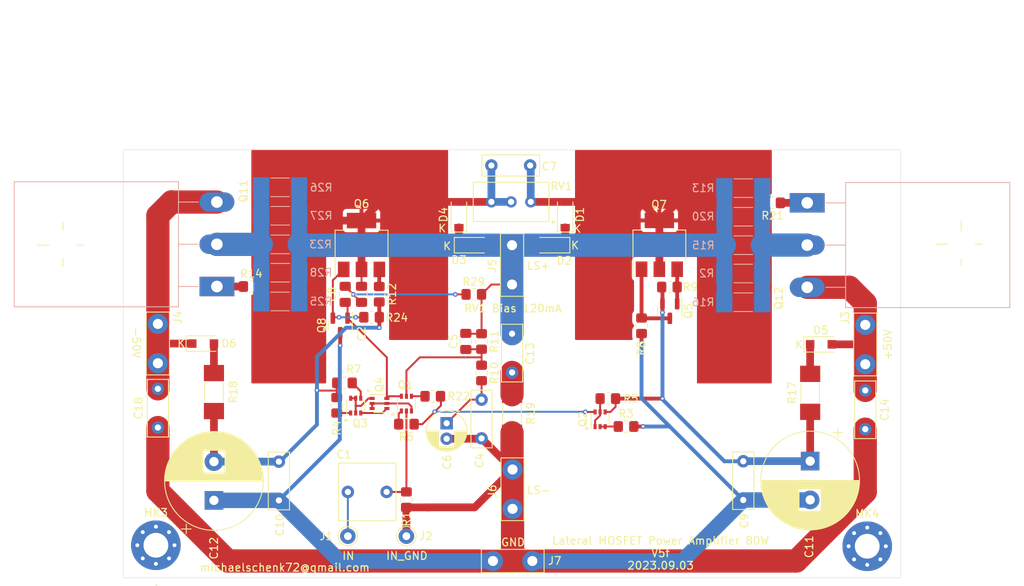
<source format=kicad_pcb>
(kicad_pcb (version 20221018) (generator pcbnew)
  (layers (0 "F.Cu" signal) (31 "B.Cu" signal) (34 "B.Paste" user) (35 "F.Paste" user) (36 "B.SilkS" user "B.Silkscreen") (37 "F.SilkS" user "F.Silkscreen") (38 "B.Mask" user) (39 "F.Mask" user) (44 "Edge.Cuts" user))
  (net 0 "")
  (net 1 "Net-(J1-Pin_1)")
  (net 2 "GND")
  (net 3 "Net-(Q1A-B1)")
  (net 4 "Net-(C4-Pad1)")
  (net 5 "Net-(D2-A)")
  (net 6 "Net-(Q1B-B2)")
  (net 7 "Net-(D4-A)")
  (net 8 "Net-(C13-Pad2)")
  (net 9 "Net-(D1-A)")
  (net 10 "Net-(Q1A-C1)")
  (net 11 "Net-(Q2B-E2)")
  (net 12 "Net-(D1-K)")
  (net 13 "Net-(D3-K)")
  (net 14 "Net-(D5-K)")
  (net 15 "Net-(D5-A)")
  (net 16 "Net-(D6-K)")
  (net 17 "Net-(D6-A)")
  (net 18 "Net-(Q1A-E1)")
  (net 19 "Net-(Q1B-C2)")
  (net 20 "Net-(Q1B-E2)")
  (net 21 "Net-(Q2A-E1)")
  (net 22 "Net-(Q2A-B1)")
  (net 23 "Net-(Q2A-C1)")
  (net 24 "Net-(Q3A-E1)")
  (net 25 "Net-(Q3A-B1)")
  (net 26 "Net-(C10-Pad2)")
  (net 27 "Net-(Q3B-C2)")
  (net 28 "Net-(Q3B-E2)")
  (net 29 "Net-(Q5-B)")
  (net 30 "Net-(Q5-C)")
  (net 31 "Net-(Q6-B)")
  (net 32 "Net-(Q6-E)")
  (net 33 "Net-(Q11-G)")
  (net 34 "Net-(Q11-D)")
  (net 35 "Net-(Q12-G)")
  (net 36 "Net-(Q12-S)")
  (net 37 "Net-(C2-Pad2)")
  (footprint "Capacitor_THT:C_Rect_L7.2mm_W7.2mm_P5.00mm_FKS2_FKP2_MKS2_MKP2" (layer "F.Cu") (at 143.19 88.7476 180)
    (fp_text reference "C1")
    (fp_text value "3.3uF/63V/Film")
  )
  (footprint "Capacitor_THT:CP_Radial_D5.0mm_P2.00mm" (layer "F.Cu") (at 150.9395 79.883 -90)
    (fp_text reference "C4")
    (fp_text value "47uF/25V")
  )
  (footprint "Capacitor_THT:C_Rect_L7.2mm_W2.5mm_P5.00mm_FKS2_FKP2_MKS2_MKP2" (layer "F.Cu") (at 155.448 76.835 -90)
    (fp_text reference "C6")
    (fp_text value "100n/100V")
  )
  (footprint "Capacitor_THT:C_Rect_L7.2mm_W2.5mm_P5.00mm_FKS2_FKP2_MKS2_MKP2" (layer "F.Cu") (at 189.23 84.789 -90)
    (fp_text reference "C9")
    (fp_text value "100n/100V")
  )
  (footprint "Capacitor_THT:CP_Radial_D12.5mm_P5.00mm" (layer "F.Cu") (at 197.866 84.7725 -90)
    (fp_text reference "C11")
    (fp_text value "220u/100V")
  )
  (footprint "Capacitor_THT:C_Rect_L7.2mm_W2.5mm_P5.00mm_FKS2_FKP2_MKS2_MKP2" (layer "F.Cu") (at 159.385 68.326 -90)
    (fp_text reference "C13")
    (fp_text value "22nF/100V")
  )
  (footprint "Diode_SMD:D_SOD-123" (layer "F.Cu") (at 166.243 52.958 90)
    (fp_text reference "D1")
    (fp_text value "MMSD914T")
  )
  (footprint "Diode_SMD:D_SOD-123" (layer "F.Cu") (at 164.592 56.896 180)
    (fp_text reference "D2")
    (fp_text value "MMSZ12T1G/12V/0.5W")
  )
  (footprint "Diode_SMD:D_SOD-123" (layer "F.Cu") (at 154.178 56.896)
    (fp_text reference "D3")
    (fp_text value "MMSD914T")
  )
  (footprint "Diode_SMD:D_SOD-123" (layer "F.Cu") (at 152.527 52.958 90)
    (fp_text reference "D4")
    (fp_text value "MMSZ12T1G/12V/0.5W")
  )
  (footprint "Diode_SMD:D_SOD-123F" (layer "F.Cu") (at 199.26 69.6976)
    (fp_text reference "D5")
    (fp_text value "SM4002PL-TP")
  )
  (footprint "Connector_Pin:Pin_D1.0mm_L10.0mm" (layer "F.Cu") (at 138.19 94.4585)
    (fp_text reference "J1")
    (fp_text value "Conn_01x01")
  )
  (footprint "Connector_Pin:Pin_D1.0mm_L10.0mm" (layer "F.Cu") (at 145.7465 94.4585)
    (fp_text reference "J2")
    (fp_text value "Conn_01x01")
  )
  (footprint "kicad-snk:TE-726386-2_Pitch5.08mm_Drill1.3mm" (layer "F.Cu") (at 204.978 72.263 90)
    (fp_text reference "J3")
    (fp_text value "+50V")
  )
  (footprint "kicad-snk:TE-726386-2_Pitch5.08mm_Drill1.3mm" (layer "F.Cu") (at 159.385 56.896 -90)
    (fp_text reference "J5")
    (fp_text value "LS+")
  )
  (footprint "kicad-snk:TE-726386-2_Pitch5.08mm_Drill1.3mm" (layer "F.Cu") (at 159.4485 85.852 -90)
    (fp_text reference "J6")
    (fp_text value "LS-")
  )
  (footprint "kicad-snk:TE-726386-2_Pitch5.08mm_Drill1.3mm" (layer "F.Cu") (at 156.9212 97.663)
    (fp_text reference "J7")
    (fp_text value "GND")
  )
  (footprint "MountingHole:MountingHole_3.2mm_M3_Pad_Via" (layer "F.Cu") (at 113.411 95.631)
    (fp_text reference "MK3")
    (fp_text value "Mounting_Hole_PAD")
  )
  (footprint "MountingHole:MountingHole_3.2mm_M3_Pad_Via" (layer "F.Cu") (at 205.232 95.758)
    (fp_text reference "MK4")
    (fp_text value "Mounting_Hole_PAD")
  )
  (footprint "Resistor_SMD:R_0805_2012Metric_Pad1.20x1.40mm_HandSolder" (layer "F.Cu") (at 145.7465 89.7435 -90)
    (fp_text reference "R1")
    (fp_text value "22k/0.3W")
  )
  (footprint "Resistor_SMD:R_0805_2012Metric_Pad1.20x1.40mm_HandSolder" (layer "F.Cu") (at 174.1 80.3)
    (fp_text reference "R3")
    (fp_text value "22k/0.3W")
  )
  (footprint "Resistor_SMD:R_0805_2012Metric_Pad1.20x1.40mm_HandSolder" (layer "F.Cu") (at 171.75 76.7 180)
    (fp_text reference "R5")
    (fp_text value "150R/0.3W")
  )
  (footprint "Resistor_SMD:R_0805_2012Metric_Pad1.20x1.40mm_HandSolder" (layer "F.Cu") (at 145.75 80 180)
    (fp_text reference "R6")
    (fp_text value "100R/0.3W")
  )
  (footprint "Resistor_SMD:R_0805_2012Metric_Pad1.20x1.40mm_HandSolder" (layer "F.Cu") (at 155.448 73.39 -90)
    (fp_text reference "R10")
    (fp_text value "1k/0.3W")
  )
  (footprint "Resistor_SMD:R_0805_2012Metric_Pad1.20x1.40mm_HandSolder" (layer "F.Cu") (at 155.448 69.326 -90)
    (fp_text reference "R11")
    (fp_text value "22k/0.3W")
  )
  (footprint "Resistor_SMD:R_0805_2012Metric_Pad1.20x1.40mm_HandSolder" (layer "F.Cu") (at 125.714 62.23)
    (fp_text reference "R14")
    (fp_text value "220R/0.3W")
  )
  (footprint "Resistor_SMD:R_MELF_MMB-0207" (layer "F.Cu") (at 197.866 75.9576 90)
    (fp_text reference "R17")
    (fp_text value "100R/1W")
  )
  (footprint "Resistor_SMD:R_MELF_MMB-0207" (layer "F.Cu") (at 159.385 78.65 -90)
    (fp_text reference "R19")
    (fp_text value "6.8R/1W")
  )
  (footprint "Resistor_SMD:R_0805_2012Metric_Pad1.20x1.40mm_HandSolder" (layer "F.Cu") (at 193.024 51.435 180)
    (fp_text reference "R21")
    (fp_text value "220R/0.3W")
  )
  (footprint "Capacitor_THT:C_Rect_L7.2mm_W2.5mm_P5.00mm_FKS2_FKP2_MKS2_MKP2" (layer "F.Cu") (at 204.978 75.645 -90)
    (fp_text reference "C14")
    (fp_text value "100n/100V")
  )
  (footprint "Resistor_SMD:R_MELF_MMB-0207" (layer "F.Cu") (at 120.904 75.856 -90)
    (fp_text reference "R18")
    (fp_text value "100R/1W")
  )
  (footprint "Capacitor_THT:C_Rect_L7.2mm_W2.5mm_P5.00mm_FKS2_FKP2_MKS2_MKP2" (layer "F.Cu") (at 129.286 89.836 90)
    (fp_text reference "C10")
    (fp_text value "100n/100V")
  )
  (footprint "Capacitor_THT:CP_Radial_D12.5mm_P5.00mm" (layer "F.Cu") (at 120.904 89.836 90)
    (fp_text reference "C12")
    (fp_text value "220u/100V")
  )
  (footprint "Resistor_SMD:R_0805_2012Metric_Pad1.20x1.40mm_HandSolder" (layer "F.Cu") (at 137.7536 74.676 180)
    (fp_text reference "R7")
    (fp_text value "68R/0.3W")
  )
  (footprint "Resistor_SMD:R_0805_2012Metric_Pad1.20x1.40mm_HandSolder" (layer "F.Cu") (at 136.7536 77.5622 90)
    (fp_text reference "R4")
    (fp_text value "68R/0.3W")
  )
  (footprint "Package_TO_SOT_SMD:SOT-23" (layer "F.Cu") (at 179.75 65.4 -90)
    (fp_text reference "Q5")
    (fp_text value "BC856B")
  )
  (footprint "Package_TO_SOT_SMD:SOT-223-3_TabPin2" (layer "F.Cu") (at 139.954 56.871 90)
    (fp_text reference "Q6")
    (fp_text value "DZT5551")
  )
  (footprint "Package_TO_SOT_SMD:SOT-363_SC-70-6" (layer "F.Cu") (at 145.75 77.35 90)
    (fp_text reference "Q1")
    (fp_text value "BCM856BS,115")
  )
  (footprint "Package_TO_SOT_SMD:SOT-363_SC-70-6" (layer "F.Cu") (at 170.7515 79.3695 90)
    (fp_text reference "Q2")
    (fp_text value "BCM856BS,115")
  )
  (footprint "kicad-snk:TE-726386-2_Pitch5.08mm_Drill1.3mm" (layer "F.Cu") (at 113.665 72.136 90)
    (fp_text reference "J4")
    (fp_text value "-50V")
  )
  (footprint "Capacitor_THT:C_Rect_L7.2mm_W2.5mm_P5.00mm_FKS2_FKP2_MKS2_MKP2" (layer "F.Cu") (at 113.665 80.438 90)
    (fp_text reference "C18")
    (fp_text value "100n/100V")
  )
  (footprint "Diode_SMD:D_SOD-123F" (layer "F.Cu") (at 119.504 69.596)
    (fp_text reference "D6")
    (fp_text value "SM4002PL-TP")
  )
  (footprint "Capacitor_THT:C_Rect_L7.2mm_W2.5mm_P5.00mm_FKS2_FKP2_MKS2_MKP2" (layer "F.Cu") (at 156.718 46.609)
    (fp_text reference "C7")
    (fp_text value "100nF/100V")
  )
  (footprint "Potentiometer_THT:Potentiometer_Bourns_3296W_Vertical" (layer "F.Cu") (at 161.798 51.308)
    (fp_text reference "RV1")
    (fp_text value "200R/0.5W")
  )
  (footprint "Resistor_SMD:R_0805_2012Metric_Pad1.20x1.40mm_HandSolder" (layer "F.Cu") (at 179.7 62.3)
    (fp_text reference "R9")
    (fp_text value "39R/0.3W")
  )
  (footprint "Package_TO_SOT_SMD:SOT-363_SC-70-6" (layer "F.Cu") (at 139.2024 77.6072 90)
    (fp_text reference "Q3")
    (fp_text value "BCM846BS,115")
  )
  (footprint "Resistor_SMD:R_0805_2012Metric_Pad1.20x1.40mm_HandSolder" (layer "F.Cu") (at 149.15 76.4 180)
    (fp_text reference "R22")
    (fp_text value "100R/0.3W")
  )
  (footprint "Resistor_SMD:R_0805_2012Metric_Pad1.20x1.40mm_HandSolder" (layer "F.Cu") (at 154.448 63.246 180)
    (fp_text reference "R29")
    (fp_text value "1k/0.3W")
  )
  (footprint "Resistor_SMD:R_0805_2012Metric_Pad1.20x1.40mm_HandSolder" (layer "F.Cu") (at 141.25 66.2)
    (fp_text reference "R24")
    (fp_text value "1k/0.3W")
  )
  (footprint "Package_TO_SOT_SMD:SOT-223-3_TabPin2" (layer "F.Cu") (at 178.4 56.85 90)
    (fp_text reference "Q7")
    (fp_text value "DZT5401")
  )
  (footprint "Capacitor_SMD:C_0805_2012Metric_Pad1.18x1.45mm_HandSolder" (layer "F.Cu") (at 137.8458 63.2421 -90)
    (fp_text reference "C8")
    (fp_text value "47pF/100V/COG")
  )
  (footprint "Package_TO_SOT_SMD:SOT-363_SC-70-6" (layer "F.Cu") (at 142.2756 77.328)
    (fp_text reference "Q4")
    (fp_text value "BCM846BS,115")
  )
  (footprint "Package_TO_SOT_SMD:SOT-23" (layer "F.Cu") (at 137.2 67.25 -90)
    (fp_text reference "Q8")
    (fp_text value "BC846B")
  )
  (footprint "Resistor_SMD:R_0805_2012Metric_Pad1.20x1.40mm_HandSolder" (layer "F.Cu") (at 176.1 67.3 -90)
    (fp_text reference "R8")
    (fp_text value "22k/0.3W")
  )
  (footprint "Capacitor_SMD:C_0805_2012Metric_Pad1.18x1.45mm_HandSolder" (layer "F.Cu") (at 139.954 63.2421 -90)
    (fp_text reference "C2")
    (fp_text value "150pF/100V/COG")
  )
  (footprint "Capacitor_SMD:C_0805_2012Metric_Pad1.18x1.45mm_HandSolder" (layer "F.Cu") (at 153.416 69.3205 -90)
    (fp_text reference "C5")
    (fp_text value "10p/100V/COG")
  )
  (footprint "Resistor_SMD:R_0805_2012Metric_Pad1.20x1.40mm_HandSolder" (layer "F.Cu") (at 142.24 63.23 -90)
    (fp_text reference "R12")
    (fp_text value "56R/0.3W")
  )
  (footprint "Package_TO_SOT_THT:TO-247-3_Horizontal_TabUp" (layer "B.Cu") (at 121.285 62.23 90)
    (fp_text reference "Q11")
    (fp_text value "ECX10P20")
  )
  (footprint "Package_TO_SOT_THT:TO-247-3_Horizontal_TabUp" (layer "B.Cu") (at 197.485 51.435 -90)
    (fp_text reference "Q12")
    (fp_text value "ECX10N20")
  )
  (footprint "Resistor_SMD:R_MELF_MMB-0207" (layer "B.Cu") (at 189.23 60.5536 180)
    (fp_text reference "R2")
    (fp_text value "1R")
  )
  (footprint "Resistor_SMD:R_MELF_MMB-0207" (layer "B.Cu") (at 129.4616 56.7944 180)
    (fp_text reference "R23")
    (fp_text value "1R")
  )
  (footprint "Resistor_SMD:R_MELF_MMB-0207" (layer "B.Cu") (at 189.23 64.262 180)
    (fp_text reference "R16")
    (fp_text value "1R")
  )
  (footprint "Resistor_SMD:R_MELF_MMB-0207" (layer "B.Cu") (at 129.4616 53.1016 180)
    (fp_text reference "R27")
    (fp_text value "1R")
  )
  (footprint "Resistor_SMD:R_MELF_MMB-0207" (layer "B.Cu") (at 189.2416 56.896 180)
    (fp_text reference "R15")
    (fp_text value "1R")
  )
  (footprint "Resistor_SMD:R_MELF_MMB-0207" (layer "B.Cu") (at 129.45 64.1604 180)
    (fp_text reference "R25")
    (fp_text value "1R")
  )
  (footprint "Resistor_SMD:R_MELF_MMB-0207" (layer "B.Cu") (at 189.2416 49.53 180)
    (fp_text reference "R13")
    (fp_text value "1R")
  )
  (footprint "Resistor_SMD:R_MELF_MMB-0207" (layer "B.Cu") (at 129.4616 60.452 180)
    (fp_text reference "R28")
    (fp_text value "1R/1W")
  )
  (footprint "Resistor_SMD:R_MELF_MMB-0207" (layer "B.Cu") (at 129.45 49.4284 180)
    (fp_text reference "R26")
    (fp_text value "1R")
  )
  (footprint "Resistor_SMD:R_MELF_MMB-0207" (layer "B.Cu") (at 189.2416 53.2228 180)
    (fp_text reference "R20")
    (fp_text value "1R/1W")
  )
  (gr_line (start 98.1075 56.896) (end 104.0765 56.896) (stroke (width 0.12)) (layer "F.SilkS"))
  (gr_line (start 101.4095 53.9115) (end 101.4095 59.6265) (stroke (width 0.12)) (layer "F.SilkS"))
  (gr_line (start 217.3605 53.7845) (end 217.3605 59.4995) (stroke (width 0.12)) (layer "F.SilkS"))
  (gr_line (start 214.0585 56.769) (end 220.0275 56.769) (stroke (width 0.12)) (layer "F.SilkS"))
  (gr_line (start 113.411 100.838) (end 113.538 100.711) (stroke (width 0.12)) (layer "F.SilkS"))
  (gr_line (start 109.22 99.822) (end 209.55 99.822) (stroke (width 0.05)) (layer "Edge.Cuts"))
  (gr_line (start 109.22 44.577) (end 109.22 99.822) (stroke (width 0.05)) (layer "Edge.Cuts"))
  (gr_line (start 209.55 44.577) (end 209.55 99.822) (stroke (width 0.05)) (layer "Edge.Cuts"))
  (gr_line (start 109.22 44.577) (end 209.55 44.577) (stroke (width 0.05)) (layer "Edge.Cuts"))
  (gr_text "GND" (at 159.512 95.25) (layer "F.SilkS") (effects (font (size 1 1))))
  (gr_text "-50V" (at 110.871 69.469 -90) (layer "F.SilkS") (effects (font (size 1 1))))
  (gr_text "°" (at 164.7 54.3) (layer "F.SilkS") (effects (font (size 1 1))))
  (gr_text "°" (at 169.037 80.957) (layer "F.SilkS") (effects (font (size 1 1))))
  (gr_text "°" (at 144.018 79.121) (layer "F.SilkS") (effects (font (size 1 1))))
  (gr_text "RV1 Bias 120mA" (at 153.1112 65.6336) (layer "F.SilkS") (effects (font (size 1 1)) (justify left bottom)))
  (gr_text "IN" (at 138.25 97) (layer "F.SilkS") (effects (font (size 1 1))))
  (gr_text "LS+" (at 162.814 59.563) (layer "F.SilkS") (effects (font (size 1 1))))
  (gr_text "K" (at 116.6876 69.596) (layer "F.SilkS") (effects (font (size 1 1))))
  (gr_text "+50V" (at 207.899 69.723 90) (layer "F.SilkS") (effects (font (size 1 1))))
  (gr_text "IN_GND" (at 145.81 96.9985) (layer "F.SilkS") (effects (font (size 1 1))))
  (gr_text "°" (at 140.843 76.073) (layer "F.SilkS") (effects (font (size 1 1))))
  (gr_text "K" (at 167.513 56.9214) (layer "F.SilkS") (effects (font (size 1 1))))
  (gr_text "michaelschenk72@gmail.com" (at 130.05 98.5) (layer "F.SilkS") (effects (font (size 1 1))))
  (gr_text "K" (at 196.4436 69.7484) (layer "F.SilkS") (effects (font (size 1 1))))
  (gr_text "K" (at 151.003 57.023) (layer "F.SilkS") (effects (font (size 1 1))))
  (gr_text "Lateral MOSFET Power Amplifier 80W\nV5f\n2023.09.03" (at 178.562 96.647) (layer "F.SilkS") (effects (font (size 1 1))))
  (gr_text "°" (at 137.922 79.9084) (layer "F.SilkS") (effects (font (size 1 1))))
  (gr_text "K" (at 167.8178 54.7878) (layer "F.SilkS") (effects (font (size 1 1))))
  (gr_text "K" (at 150.368 54.737) (layer "F.SilkS") (effects (font (size 1 1))))
  (gr_text "LS-" (at 162.814 88.519) (layer "F.SilkS") (effects (font (size 1 1))))
  (segment (start 138.19 94.4585) (end 138.19 88.7476) (width 0.25) (layer "B.Cu") (net 1))
  (segment (start 150.9395 81.883) (end 155.4 81.883) (width 1) (layer "F.Cu") (net 2))
  (segment (start 156.9212 97.663) (end 122.695002 97.663) (width 3) (layer "F.Cu") (net 2))
  (segment (start 148.3 90.7375) (end 154.563 90.7375) (width 1) (layer "F.Cu") (net 2))
  (segment (start 204.978 88.759998) (end 204.978 80.645) (width 3) (layer "F.Cu") (net 2))
  (segment (start 145.7465 90.7435) (end 148.652 90.7435) (width 1) (layer "F.Cu") (net 2))
  (segment (start 160.528 97.663) (end 156.9212 97.663) (width 3) (layer "F.Cu") (net 2))
  (segment (start 154.563 90.7375) (end 159.4485 85.852) (width 1) (layer "F.Cu") (net 2))
  (segment (start 159.4485 85.8355) (end 155.448 81.835) (width 1) (layer "F.Cu") (net 2))
  (segment (start 137.2 68.1875) (end 137.2 69.85) (width 0.5) (layer "F.Cu") (net 2))
  (segment (start 196.074998 97.663) (end 204.978 88.759998) (width 3) (layer "F.Cu") (net 2))
  (segment (start 159.4485 96.5835) (end 160.528 97.663) (width 3) (layer "F.Cu") (net 2))
  (segment (start 113.665 80.438) (end 113.665 88.632998) (width 3) (layer "F.Cu") (net 2))
  (segment (start 162.0012 97.663) (end 196.074998 97.663) (width 3) (layer "F.Cu") (net 2))
  (segment (start 159.385 81.1) (end 159.385 85.7885) (width 3) (layer "F.Cu") (net 2))
  (segment (start 175.1 80.3) (end 176.3 80.3) (width 0.5) (layer "F.Cu") (net 2))
  (segment (start 162.0012 97.663) (end 160.528 97.663) (width 3) (layer "F.Cu") (net 2))
  (segment (start 159.4485 90.932) (end 159.4485 96.5835) (width 3) (layer "F.Cu") (net 2))
  (segment (start 176.1 68.3) (end 176.1 69.5) (width 0.5) (layer "F.Cu") (net 2))
  (segment (start 113.665 88.632998) (end 122.695002 97.663) (width 3) (layer "F.Cu") (net 2))
  (segment (start 145.7465 94.4585) (end 145.7465 90.7435) (width 1) (layer "F.Cu") (net 2))
  (segment (start 159.4485 85.852) (end 159.4485 90.932) (width 3) (layer "F.Cu") (net 2))
  (via (at 176.3 80.3) (size 0.6) (drill 0.3) (layers "F.Cu" "B.Cu") (net 2))
  (via (at 176.1 69.5) (size 0.6) (drill 0.3) (layers "F.Cu" "B.Cu") (net 2))
  (via (at 137.2 69.85) (size 0.6) (drill 0.3) (layers "F.Cu" "B.Cu") (net 2))
  (segment (start 137.150489 69.899511) (end 137.150489 81.971511) (width 0.5) (layer "B.Cu") (net 2))
  (segment (start 162.0012 97.663) (end 181.356 97.663) (width 2) (layer "B.Cu") (net 2))
  (segment (start 181.356 97.663) (end 189.23 89.789) (width 2) (layer "B.Cu") (net 2))
  (segment (start 179.65 80.3) (end 179.6955 80.2545) (width 0.5) (layer "B.Cu") (net 2))
  (segment (start 176.1 76.659) (end 176.1 69.5) (width 0.5) (layer "B.Cu") (net 2))
  (segment (start 176.3 80.3) (end 179.65 80.3) (width 0.5) (layer "B.Cu") (net 2))
  (segment (start 129.286 89.836) (end 137.15 97.7) (width 2) (layer "B.Cu") (net 2))
  (segment (start 156.9212 97.663) (end 137.187 97.663) (width 2) (layer "B.Cu") (net 2))
  (segment (start 137.150489 81.971511) (end 129.286 89.836) (width 0.5) (layer "B.Cu") (net 2))
  (segment (start 137.2 69.85) (end 137.150489 69.899511) (width 0.5) (layer "B.Cu") (net 2))
  (segment (start 189.23 89.789) (end 197.8495 89.789) (width 2) (layer "B.Cu") (net 2))
  (segment (start 189.23 89.789) (end 179.6955 80.2545) (width 0.5) (layer "B.Cu") (net 2))
  (segment (start 137.187 97.663) (end 137.15 97.7) (width 2) (layer "B.Cu") (net 2))
  (segment (start 129.286 89.836) (end 120.904 89.836) (width 2) (layer "B.Cu") (net 2))
  (segment (start 179.6955 80.2545) (end 176.1 76.659) (width 0.5) (layer "B.Cu") (net 2))
  (segment (start 143.19 88.7476) (end 145.7424 88.7476) (width 0.25) (layer "F.Cu") (net 3))
  (segment (start 145.75 78.3) (end 145.75 88.74) (width 0.25) (layer "F.Cu") (net 3))
  (segment (start 145.75 88.74) (end 145.7465 88.7435) (width 0.25) (layer "F.Cu") (net 3))
  (segment (start 155.448 76.835) (end 153.9875 76.835) (width 0.25) (layer "F.Cu") (net 4))
  (segment (start 153.9875 76.835) (end 150.9395 79.883) (width 0.25) (layer "F.Cu") (net 4))
  (segment (start 155.448 76.835) (end 155.448 74.39) (width 0.25) (layer "F.Cu") (net 4))
  (segment (start 162.942 56.896) (end 159.385 56.896) (width 1) (layer "F.Cu") (net 5))
  (segment (start 155.448 68.326) (end 155.448 63.246) (width 0.25) (layer "F.Cu") (net 5))
  (segment (start 155.828 56.896) (end 159.385 56.896) (width 1) (layer "F.Cu") (net 5))
  (segment (start 153.459 68.326) (end 153.416 68.283) (width 0.25) (layer "F.Cu") (net 5))
  (segment (start 155.448 68.326) (end 153.459 68.326) (width 0.25) (layer "F.Cu") (net 5))
  (segment (start 156.718 61.976) (end 159.385 61.976) (width 0.25) (layer "F.Cu") (net 5))
  (segment (start 155.448 63.246) (end 156.718 61.976) (width 0.25) (layer "F.Cu") (net 5))
  (segment (start 159.385 61.976) (end 159.385 68.326) (width 3) (layer "B.Cu") (net 5))
  (segment (start 131.9 53.09) (end 131.9116 53.1016) (width 2) (layer "B.Cu") (net 5))
  (segment (start 132.0132 56.896) (end 131.9116 56.7944) (width 3) (layer "B.Cu") (net 5))
  (segment (start 131.9116 64.1488) (end 131.9 64.1604) (width 2) (layer "B.Cu") (net 5))
  (segment (start 159.385 56.896) (end 159.385 61.976) (width 3) (layer "B.Cu") (net 5))
  (segment (start 186.78 60.5536) (end 186.78 56.9076) (width 2) (layer "B.Cu") (net 5))
  (segment (start 131.9 49.4284) (end 131.9 53.09) (width 2) (layer "B.Cu") (net 5))
  (segment (start 186.7916 53.2228) (end 186.7916 49.53) (width 2) (layer "B.Cu") (net 5))
  (segment (start 186.78 64.262) (end 186.78 60.5536) (width 2) (layer "B.Cu") (net 5))
  (segment (start 186.7916 56.896) (end 186.7916 53.2228) (width 2) (layer "B.Cu") (net 5))
  (segment (start 186.7916 56.896) (end 159.385 56.896) (width 3) (layer "B.Cu") (net 5))
  (segment (start 131.9116 53.1016) (end 131.9116 56.7944) (width 2) (layer "B.Cu") (net 5))
  (segment (start 131.9116 56.7944) (end 131.9116 60.452) (width 2) (layer "B.Cu") (net 5))
  (segment (start 159.385 56.896) (end 132.0132 56.896) (width 3) (layer "B.Cu") (net 5))
  (segment (start 186.78 56.9076) (end 186.7916 56.896) (width 2) (layer "B.Cu") (net 5))
  (segment (start 131.9116 60.452) (end 131.9116 64.1488) (width 2) (layer "B.Cu") (net 5))
  (segment (start 155.448 71.374) (end 147.4724 71.374) (width 0.25) (layer "F.Cu") (net 6))
  (segment (start 147.4724 71.374) (end 145.75 73.0964) (width 0.25) (layer "F.Cu") (net 6))
  (segment (start 155.448 72.39) (end 155.448 71.374) (width 0.25) (layer "F.Cu") (net 6))
  (segment (start 155.448 70.326) (end 153.448 70.326) (width 0.25) (layer "F.Cu") (net 6))
  (segment (start 145.75 73.0964) (end 145.75 76.4) (width 0.25) (layer "F.Cu") (net 6))
  (segment (start 155.448 71.374) (end 155.448 70.326) (width 0.25) (layer "F.Cu") (net 6))
  (segment (start 153.448 70.326) (end 153.416 70.358) (width 0.25) (layer "F.Cu") (net 6))
  (segment (start 128.27 62.23) (end 126.714 62.23) (width 1) (layer "F.Cu") (net 7))
  (segment (start 139.954 60.021) (end 139.954 53.721) (width 1) (layer "F.Cu") (net 7))
  (segment (start 139.954 62.2046) (end 139.954 60.021) (width 0.25) (layer "F.Cu") (net 7))
  (segment (start 156.718 51.308) (end 152.527 51.308) (width 1) (layer "F.Cu") (net 7))
  (segment (start 136.779 53.721) (end 128.27 62.23) (width 1) (layer "F.Cu") (net 7))
  (segment (start 152.527 51.308) (end 142.367 51.308) (width 1) (layer "F.Cu") (net 7))
  (segment (start 142.367 51.308) (end 139.954 53.721) (width 1) (layer "F.Cu") (net 7))
  (segment (start 139.954 53.721) (end 136.779 53.721) (width 1) (layer "F.Cu") (net 7))
  (segment (start 159.258 51.308) (end 156.718 51.308) (width 1) (layer "B.Cu") (net 7))
  (segment (start 156.718 51.308) (end 156.718 46.609) (width 1) (layer "B.Cu") (net 7))
  (segment (start 159.385 73.326) (end 159.385 76.2) (width 3) (layer "F.Cu") (net 8))
  (segment (start 166.243 51.308) (end 161.798 51.308) (width 1) (layer "F.Cu") (net 9))
  (segment (start 178.4 53.7) (end 180.7 51.4) (width 1) (layer "F.Cu") (net 9))
  (segment (start 176.008 51.308) (end 178.4 53.7) (width 1) (layer "F.Cu") (net 9))
  (segment (start 166.243 51.308) (end 176.008 51.308) (width 1) (layer "F.Cu") (net 9))
  (segment (start 180.7 51.4) (end 191.989 51.4) (width 1) (layer "F.Cu") (net 9))
  (segment (start 178.4 60) (end 178.4 53.7) (width 1) (layer "F.Cu") (net 9))
  (segment (start 161.798 51.308) (end 161.798 46.689) (width 1) (layer "B.Cu") (net 9))
  (segment (start 138.15 66.3125) (end 138.15 64.5838) (width 0.25) (layer "F.Cu") (net 10))
  (segment (start 143.5036 76.4) (end 143.2256 76.678) (width 0.25) (layer "F.Cu") (net 10))
  (segment (start 138.15 66.3125) (end 143.2256 71.3881) (width 0.25) (layer "F.Cu") (net 10))
  (segment (start 143.2256 71.3881) (end 143.2256 76.678) (width 0.25) (layer "F.Cu") (net 10))
  (segment (start 145.1 76.4) (end 143.5036 76.4) (width 0.25) (layer "F.Cu") (net 10))
  (segment (start 138.15 64.5838) (end 137.8458 64.2796) (width 0.25) (layer "F.Cu") (net 10))
  (segment (start 178.8 64.4625) (end 178.8 65.588) (width 0.5) (layer "F.Cu") (net 11))
  (segment (start 172.0805 78.4195) (end 171.4015 78.4195) (width 0.25) (layer "F.Cu") (net 11))
  (segment (start 172.75 77.75) (end 172.0805 78.4195) (width 0.25) (layer "F.Cu") (net 11))
  (segment (start 197.866 78.4076) (end 197.866 84.7725) (width 1) (layer "F.Cu") (net 11))
  (segment (start 172.75 76.7) (end 172.75 77.75) (width 0.25) (layer "F.Cu") (net 11))
  (segment (start 172.75 76.7) (end 178.8 76.7) (width 0.5) (layer "F.Cu") (net 11))
  (segment (start 178.8 64.4625) (end 178.8 62.4) (width 0.5) (layer "F.Cu") (net 11))
  (via (at 178.8 76.7) (size 0.6) (drill 0.3) (layers "F.Cu" "B.Cu") (net 11))
  (via (at 178.8 65.588) (size 0.6) (drill 0.3) (layers "F.Cu" "B.Cu") (net 11))
  (segment (start 178.8 65.588) (end 178.8 76.7) (width 0.5) (layer "B.Cu") (net 11))
  (segment (start 189.23 84.789) (end 186.789 84.789) (width 0.5) (layer "B.Cu") (net 11))
  (segment (start 197.866 84.7725) (end 189.2465 84.7725) (width 1) (layer "B.Cu") (net 11))
  (segment (start 186.789 84.789) (end 178.75 76.75) (width 0.5) (layer "B.Cu") (net 11))
  (segment (start 178.8 76.7) (end 178.75 76.75) (width 0.5) (layer "B.Cu") (net 11))
  (segment (start 166.242 56.896) (end 166.242 54.609) (width 1) (layer "F.Cu") (net 12))
  (segment (start 166.242 54.609) (end 166.243 54.608) (width 1) (layer "F.Cu") (net 12))
  (segment (start 152.528 56.896) (end 152.528 54.609) (width 1) (layer "F.Cu") (net 13))
  (segment (start 152.528 54.609) (end 152.527 54.608) (width 1) (layer "F.Cu") (net 13))
  (segment (start 197.86 73.5016) (end 197.866 73.5076) (width 1) (layer "F.Cu") (net 14))
  (segment (start 197.86 69.6976) (end 197.86 73.5016) (width 1) (layer "F.Cu") (net 14))
  (segment (start 202.924 62.335) (end 197.485 62.335) (width 3) (layer "F.Cu") (net 15))
  (segment (start 204.978 67.183) (end 204.978 70.104) (width 3) (layer "F.Cu") (net 15))
  (segment (start 204.978 72.263) (end 204.978 75.645) (width 3) (layer "F.Cu") (net 15))
  (segment (start 204.5716 69.6976) (end 204.978 70.104) (width 1) (layer "F.Cu") (net 15))
  (segment (start 204.978 70.104) (end 204.978 72.263) (width 3) (layer "F.Cu") (net 15))
  (segment (start 204.978 64.389) (end 202.924 62.335) (width 3) (layer "F.Cu") (net 15))
  (segment (start 200.66 69.6976) (end 204.5716 69.6976) (width 1) (layer "F.Cu") (net 15))
  (segment (start 204.978 67.183) (end 204.978 64.389) (width 3) (layer "F.Cu") (net 15))
  (segment (start 113.665 53.086) (end 115.443 51.308) (width 3) (layer "F.Cu") (net 16))
  (segment (start 113.665 75.438) (end 113.665 72.136) (width 3) (layer "F.Cu") (net 16))
  (segment (start 114.554 69.596) (end 113.665 70.485) (width 1) (layer "F.Cu") (net 16))
  (segment (start 113.665 72.136) (end 113.665 70.485) (width 3) (layer "F.Cu") (net 16))
  (segment (start 113.665 70.485) (end 113.665 67.056) (width 3) (layer "F.Cu") (net 16))
  (segment (start 113.665 67.056) (end 113.665 53.086) (width 3) (layer "F.Cu") (net 16))
  (segment (start 115.465 51.33) (end 121.285 51.33) (width 3) (layer "F.Cu") (net 16))
  (segment (start 115.443 51.308) (end 115.465 51.33) (width 3) (layer "F.Cu") (net 16))
  (segment (start 118.104 69.596) (end 114.554 69.596) (width 1) (layer "F.Cu") (net 16))
  (segment (start 120.904 69.596) (end 120.904 73.406) (width 1) (layer "F.Cu") (net 17))
  (segment (start 144.75 80) (end 144.75 78.65) (width 0.25) (layer "F.Cu") (net 18))
  (segment (start 144.75 78.65) (end 145.1 78.3) (width 0.25) (layer "F.Cu") (net 18))
  (segment (start 141.3256 77.978) (end 141.3256 77.328) (width 0.25) (layer "F.Cu") (net 19))
  (segment (start 146.003 77.328) (end 143.2256 77.328) (width 0.25) (layer "F.Cu") (net 19))
  (segment (start 146.4 77.725) (end 146.003 77.328) (width 0.25) (layer "F.Cu") (net 19))
  (segment (start 143.2256 77.328) (end 141.3256 77.328) (width 0.25) (layer "F.Cu") (net 19))
  (segment (start 146.4 78.3) (end 146.4 77.725) (width 0.25) (layer "F.Cu") (net 19))
  (segment (start 148.15 76.4) (end 146.4 76.4) (width 0.25) (layer "F.Cu") (net 20))
  (segment (start 170.7515 78.879502) (end 170.7515 78.4195) (width 0.25) (layer "F.Cu") (net 21))
  (segment (start 170.7515 78.4195) (end 170.7515 76.7015) (width 0.25) (layer "F.Cu") (net 21))
  (segment (start 170.1015 80.3195) (end 170.1015 79.529502) (width 0.25) (layer "F.Cu") (net 21))
  (segment (start 170.1015 79.529502) (end 170.7515 78.879502) (width 0.25) (layer "F.Cu") (net 21))
  (segment (start 173.1 80.3) (end 171.421 80.3) (width 0.25) (layer "F.Cu") (net 22))
  (segment (start 170.7515 80.3195) (end 171.4015 80.3195) (width 0.25) (layer "F.Cu") (net 22))
  (segment (start 170.1015 78.4195) (end 168.849 78.4195) (width 0.25) (layer "F.Cu") (net 23))
  (segment (start 168.849 78.4195) (end 168.8465 78.417) (width 0.25) (layer "F.Cu") (net 23))
  (segment (start 146.75 80) (end 147.8 80) (width 0.25) (layer "F.Cu") (net 23))
  (segment (start 150.2 77.6) (end 150.2 76.45) (width 0.25) (layer "F.Cu") (net 23))
  (segment (start 149.4 78.4) (end 150.2 77.6) (width 0.25) (layer "F.Cu") (net 23))
  (segment (start 147.8 80) (end 149.4 78.4) (width 0.25) (layer "F.Cu") (net 23))
  (via (at 168.8465 78.417) (size 0.6) (drill 0.3) (layers "F.Cu" "B.Cu") (net 23))
  (via (at 149.4 78.4) (size 0.6) (drill 0.3) (layers "F.Cu" "B.Cu") (net 23))
  (segment (start 168.8295 78.4) (end 168.8465 78.417) (width 0.25) (layer "B.Cu") (net 23))
  (segment (start 149.4 78.4) (end 168.8295 78.4) (width 0.25) (layer "B.Cu") (net 23))
  (segment (start 136.7586 78.5572) (end 136.7536 78.5622) (width 0.25) (layer "F.Cu") (net 24))
  (segment (start 138.5524 78.5572) (end 136.7586 78.5572) (width 0.25) (layer "F.Cu") (net 24))
  (segment (start 139.8928 77.6328) (end 139.2024 77.6328) (width 0.25) (layer "F.Cu") (net 25))
  (segment (start 139.2024 78.5572) (end 139.2024 77.6328) (width 0.25) (layer "F.Cu") (net 25))
  (segment (start 140.8476 76.678) (end 139.8928 77.6328) (width 0.25) (layer "F.Cu") (net 25))
  (segment (start 141.3256 76.678) (end 140.8476 76.678) (width 0.25) (layer "F.Cu") (net 25))
  (segment (start 139.2024 76.6572) (end 138.5524 76.6572) (width 0.25) (layer "F.Cu") (net 25))
  (segment (start 139.2024 77.6328) (end 139.2024 76.6572) (width 0.25) (layer "F.Cu") (net 25))
  (segment (start 142.25 64.24) (end 142.24 64.23) (width 0.5) (layer "F.Cu") (net 26))
  (segment (start 136.7536 75.6666) (end 134.239 75.6666) (width 0.25) (layer "F.Cu") (net 26))
  (segment (start 136.7536 75.6666) (end 136.7536 74.676) (width 0.25) (layer "F.Cu") (net 26))
  (segment (start 134.239 75.6666) (end 134.2 75.6276) (width 0.25) (layer "F.Cu") (net 26))
  (segment (start 142.25 66.2) (end 142.25 67.55) (width 0.5) (layer "F.Cu") (net 26))
  (segment (start 136.7536 76.5622) (end 136.7536 75.6666) (width 0.25) (layer "F.Cu") (net 26))
  (segment (start 142.25 66.2) (end 142.25 64.24) (width 0.5) (layer "F.Cu") (net 26))
  (segment (start 120.904 78.306) (end 120.904 84.836) (width 1) (layer "F.Cu") (net 26))
  (via (at 134.2 75.6276) (size 0.6) (drill 0.3) (layers "F.Cu" "B.Cu") (net 26))
  (via (at 142.25 67.55) (size 0.6) (drill 0.3) (layers "F.Cu" "B.Cu") (net 26))
  (segment (start 134.2 75.6276) (end 134.2 80.05) (width 0.5) (layer "B.Cu") (net 26))
  (segment (start 142.25 67.55) (end 137.95 67.55) (width 0.5) (layer "B.Cu") (net 26))
  (segment (start 137.95 67.55) (end 134.2 71.3) (width 0.5) (layer "B.Cu") (net 26))
  (segment (start 129.286 84.836) (end 120.904 84.836) (width 1) (layer "B.Cu") (net 26))
  (segment (start 134.2 80.05) (end 129.414 84.836) (width 0.5) (layer "B.Cu") (net 26))
  (segment (start 134.2 71.3) (end 134.2 75.6276) (width 0.5) (layer "B.Cu") (net 26))
  (segment (start 142.6464 78.5572) (end 143.2256 77.978) (width 0.25) (layer "F.Cu") (net 27))
  (segment (start 139.8524 78.5572) (end 142.6464 78.5572) (width 0.25) (layer "F.Cu") (net 27))
  (segment (start 139.8524 76.6572) (end 139.8524 75.7748) (width 0.25) (layer "F.Cu") (net 28))
  (segment (start 139.8524 75.7748) (end 138.7536 74.676) (width 0.25) (layer "F.Cu") (net 28))
  (segment (start 180.7 64.4625) (end 180.7 62.3) (width 0.5) (layer "F.Cu") (net 29))
  (segment (start 180.7 62.3) (end 180.7 60) (width 0.5) (layer "F.Cu") (net 29))
  (segment (start 179.75 66.3375) (end 176.1375 66.3375) (width 0.5) (layer "F.Cu") (net 30))
  (segment (start 176.1 66.3) (end 176.1 60) (width 0.5) (layer "F.Cu") (net 30))
  (segment (start 136.25 61.425) (end 137.654 60.021) (width 0.25) (layer "F.Cu") (net 31))
  (segment (start 136.25 66.3125) (end 136.25 61.425) (width 0.25) (layer "F.Cu") (net 31))
  (segment (start 137.05 66.2) (end 136.3625 66.2) (width 0.25) (layer "F.Cu") (net 31))
  (segment (start 140.25 66.2) (end 139.2 66.2) (width 0.25) (layer "F.Cu") (net 31))
  (via (at 137.05 66.2) (size 0.6) (drill 0.3) (layers "F.Cu" "B.Cu") (net 31))
  (via (at 139.2 66.2) (size 0.6) (drill 0.3) (layers "F.Cu" "B.Cu") (net 31))
  (segment (start 139.2 66.2) (end 137.05 66.2) (width 0.25) (layer "B.Cu") (net 31))
  (segment (start 142.24 60.035) (end 142.254 60.021) (width 0.5) (layer "F.Cu") (net 32))
  (segment (start 142.24 62.23) (end 142.24 60.035) (width 0.5) (layer "F.Cu") (net 32))
  (segment (start 121.285 62.23) (end 124.714 62.23) (width 1) (layer "F.Cu") (net 33))
  (segment (start 127.0116 56.7944) (end 127.0116 53.1016) (width 2) (layer "B.Cu") (net 34))
  (segment (start 127.0116 60.452) (end 127.0116 56.7944) (width 2) (layer "B.Cu") (net 34))
  (segment (start 127.0116 49.44) (end 127 49.4284) (width 2) (layer "B.Cu") (net 34))
  (segment (start 121.2994 56.7944) (end 121.285 56.78) (width 3) (layer "B.Cu") (net 34))
  (segment (start 127.0116 56.7944) (end 121.2994 56.7944) (width 3) (layer "B.Cu") (net 34))
  (segment (start 127 64.1604) (end 127 60.4636) (width 2) (layer "B.Cu") (net 34))
  (segment (start 127 60.4636) (end 127.0116 60.452) (width 2) (layer "B.Cu") (net 34))
  (segment (start 127.0116 53.1016) (end 127.0116 49.44) (width 2) (layer "B.Cu") (net 34))
  (segment (start 197.485 51.435) (end 194.024 51.435) (width 1) (layer "F.Cu") (net 35))
  (segment (start 191.7026 56.885) (end 191.6916 56.896) (width 3) (layer "B.Cu") (net 36))
  (segment (start 191.6916 56.896) (end 191.6916 60.542) (width 2) (layer "B.Cu") (net 36))
  (segment (start 191.6916 53.2228) (end 191.6916 56.896) (width 2) (layer "B.Cu") (net 36))
  (segment (start 197.485 56.885) (end 191.7026 56.885) (width 3) (layer "B.Cu") (net 36))
  (segment (start 191.68 60.5536) (end 191.68 64.262) (width 2) (layer "B.Cu") (net 36))
  (segment (start 191.6916 60.542) (end 191.68 60.5536) (width 2) (layer "B.Cu") (net 36))
  (segment (start 191.6916 49.53) (end 191.6916 53.2228) (width 2) (layer "B.Cu") (net 36))
  (segment (start 139.954 64.2796) (end 139.9208 64.2796) (width 0.25) (layer "F.Cu") (net 37))
  (segment (start 138.8872 63.246) (end 137.8458 62.2046) (width 0.25) (layer "F.Cu") (net 37))
  (segment (start 153.448 63.246) (end 152.0698 63.246) (width 0.25) (layer "F.Cu") (net 37))
  (segment (start 139.9208 64.2796) (end 138.8872 63.246) (width 0.25) (layer "F.Cu") (net 37))
  (via (at 152.0698 63.246) (size 0.6) (drill 0.3) (layers "F.Cu" "B.Cu") (net 37))
  (via (at 138.8872 63.246) (size 0.6) (drill 0.3) (layers "F.Cu" "B.Cu") (net 37))
  (segment (start 152.0698 63.246) (end 138.8872 63.246) (width 0.25) (layer "B.Cu") (net 37))
  (zone (net 7) (net_name "Net-(D4-A)") (layer "F.Cu") (connect_pads (clearance 0.508)) (min_thickness 0.254) (fill yes (thermal_gap 0.508) (thermal_bridge_width 0.508))
    (polygon (pts (xy 151.13 69.135) (xy 143.51 69.135) (xy 143.51 58.42) (xy 135.39 58.42) (xy 135.39 74.739) (xy 125.73 74.739) (xy 125.73 44.577) (xy 151.13 44.577)))
  )
  (zone (net 9) (net_name "Net-(D1-A)") (layer "F.Cu") (connect_pads (clearance 0.508)) (min_thickness 0.254) (fill yes (thermal_gap 0.508) (thermal_bridge_width 0.508))
    (polygon (pts (xy 167.513 69.135) (xy 175.133 69.135) (xy 175.133 58.42) (xy 183.253 58.42) (xy 183.253 74.739) (xy 192.913 74.739) (xy 192.913 44.577) (xy 167.513 44.577)))
  )
)
</source>
